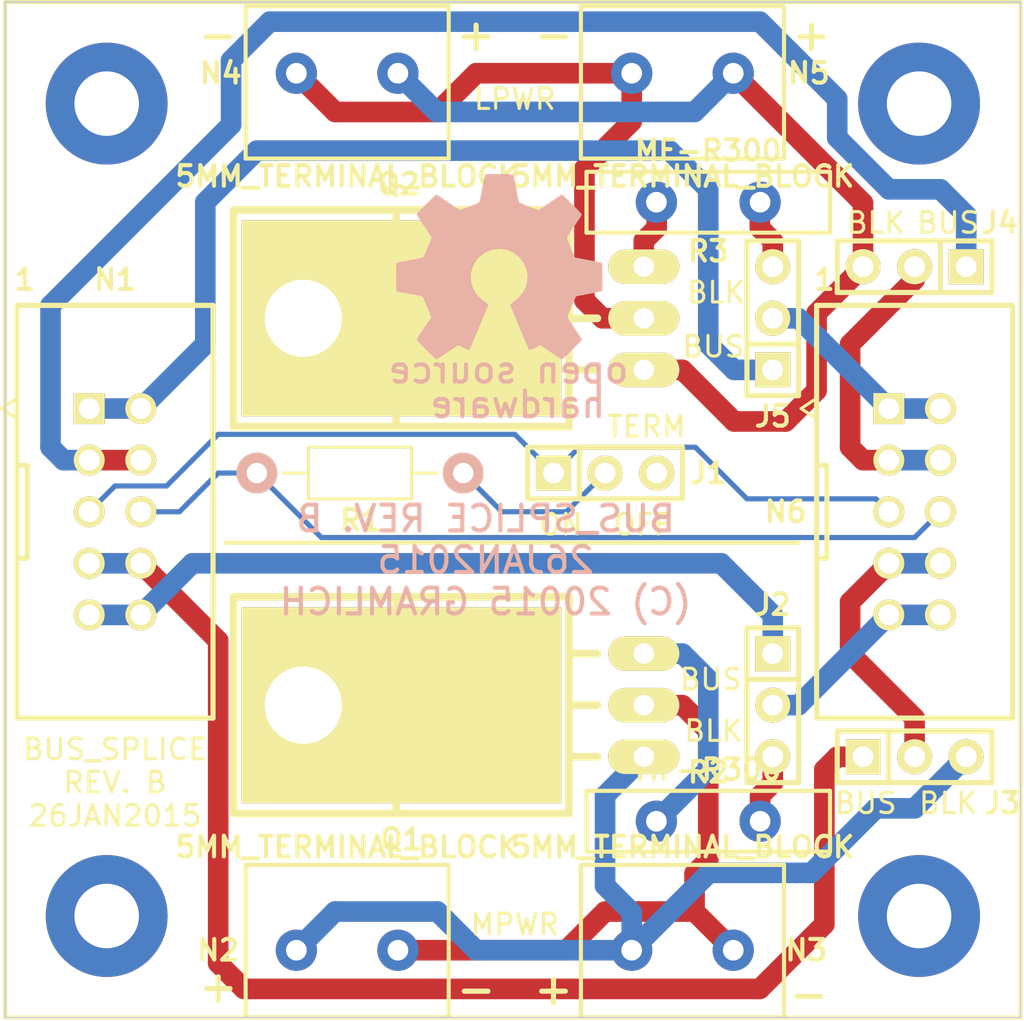
<source format=kicad_pcb>
(kicad_pcb (version 4) (host pcbnew "(2014-jul-16 BZR unknown)-product")

  (general
    (links 35)
    (no_connects 0)
    (area 91.127925 99.849399 150.544267 150.3568)
    (thickness 1.6)
    (drawings 35)
    (tracks 136)
    (zones 0)
    (modules 21)
    (nets 20)
  )

  (page A4)
  (layers
    (0 F.Cu signal)
    (31 B.Cu signal)
    (32 B.Adhes user)
    (33 F.Adhes user)
    (34 B.Paste user)
    (35 F.Paste user)
    (36 B.SilkS user)
    (37 F.SilkS user)
    (38 B.Mask user)
    (39 F.Mask user)
    (40 Dwgs.User user)
    (41 Cmts.User user)
    (42 Eco1.User user)
    (43 Eco2.User user)
    (44 Edge.Cuts user)
  )

  (setup
    (last_trace_width 0.254)
    (user_trace_width 0.254)
    (user_trace_width 1.016)
    (trace_clearance 0.254)
    (zone_clearance 0.508)
    (zone_45_only no)
    (trace_min 0.254)
    (segment_width 0.2032)
    (edge_width 0.1)
    (via_size 0.889)
    (via_drill 0.635)
    (via_min_size 0.889)
    (via_min_drill 0.508)
    (uvia_size 0.508)
    (uvia_drill 0.127)
    (uvias_allowed no)
    (uvia_min_size 0.508)
    (uvia_min_drill 0.127)
    (pcb_text_width 0.3)
    (pcb_text_size 1.5 1.5)
    (mod_edge_width 0.15)
    (mod_text_size 1 1)
    (mod_text_width 0.15)
    (pad_size 6 6)
    (pad_drill 3.175)
    (pad_to_mask_clearance 0)
    (aux_axis_origin 0 0)
    (visible_elements 7FFEFFFF)
    (pcbplotparams
      (layerselection 0x010f0_80000001)
      (usegerberextensions true)
      (excludeedgelayer true)
      (linewidth 0.100000)
      (plotframeref false)
      (viasonmask false)
      (mode 1)
      (useauxorigin false)
      (hpglpennumber 1)
      (hpglpenspeed 20)
      (hpglpendiameter 15)
      (hpglpenoverlay 2)
      (psnegative false)
      (psa4output false)
      (plotreference true)
      (plotvalue false)
      (plotinvisibletext false)
      (padsonsilk false)
      (subtractmaskfromsilk false)
      (outputformat 1)
      (mirror false)
      (drillshape 0)
      (scaleselection 1)
      (outputdirectory ""))
  )

  (net 0 "")
  (net 1 /LPWR1)
  (net 2 /LPWR3)
  (net 3 /LPWR2)
  (net 4 "Net-(J1-Pad2)")
  (net 5 "Net-(J1-Pad1)")
  (net 6 "Net-(N1-Pad6)")
  (net 7 /BPWR0)
  (net 8 /BPWR4)
  (net 9 /BPWR3)
  (net 10 /BGND0)
  (net 11 /BGND2)
  (net 12 /BGND1)
  (net 13 /LGND0)
  (net 14 /LGND2)
  (net 15 /LGND1)
  (net 16 /LPWR0)
  (net 17 /LPWR4)
  (net 18 /BPWR1)
  (net 19 /BPWR2)

  (net_class Default "This is the default net class."
    (clearance 0.254)
    (trace_width 0.254)
    (via_dia 0.889)
    (via_drill 0.635)
    (uvia_dia 0.508)
    (uvia_drill 0.127)
    (add_net "Net-(J1-Pad1)")
    (add_net "Net-(J1-Pad2)")
    (add_net "Net-(N1-Pad6)")
  )

  (net_class Power ""
    (clearance 0.254)
    (trace_width 1.016)
    (via_dia 0.889)
    (via_drill 0.635)
    (uvia_dia 0.508)
    (uvia_drill 0.127)
    (add_net /BGND0)
    (add_net /BGND1)
    (add_net /BGND2)
    (add_net /BPWR0)
    (add_net /BPWR1)
    (add_net /BPWR2)
    (add_net /BPWR3)
    (add_net /BPWR4)
    (add_net /LGND0)
    (add_net /LGND1)
    (add_net /LGND2)
    (add_net /LPWR0)
    (add_net /LPWR1)
    (add_net /LPWR2)
    (add_net /LPWR3)
    (add_net /LPWR4)
  )

  (module Bus_Splice:OSHW_LOGO_400mil (layer B.Cu) (tedit 5456F54A) (tstamp 5456E998)
    (at 124.333 113.03 180)
    (path /53AA4798)
    (fp_text reference G1 (at -2.54 -1.27 180) (layer B.SilkS) hide
      (effects (font (size 0.46228 0.46228) (thickness 0.09144)) (justify mirror))
    )
    (fp_text value OSHW_LOGO (at 0 5.38734 180) (layer B.SilkS) hide
      (effects (font (size 0.46228 0.46228) (thickness 0.09144)) (justify mirror))
    )
    (fp_poly (pts (xy -3.07848 -4.56184) (xy -3.02514 -4.53644) (xy -2.90576 -4.46024) (xy -2.73812 -4.34848)
      (xy -2.53746 -4.21386) (xy -2.3368 -4.07924) (xy -2.16916 -3.96748) (xy -2.05486 -3.89382)
      (xy -2.0066 -3.86588) (xy -1.9812 -3.87604) (xy -1.88468 -3.92176) (xy -1.74498 -3.99542)
      (xy -1.66624 -4.03606) (xy -1.5367 -4.09194) (xy -1.47574 -4.1021) (xy -1.46304 -4.08432)
      (xy -1.41732 -3.9878) (xy -1.34366 -3.82016) (xy -1.24714 -3.60172) (xy -1.13792 -3.34264)
      (xy -1.02108 -3.06578) (xy -0.9017 -2.7813) (xy -0.78994 -2.50952) (xy -0.69088 -2.26822)
      (xy -0.61214 -2.0701) (xy -0.5588 -1.93294) (xy -0.53848 -1.87198) (xy -0.5461 -1.86182)
      (xy -0.6096 -1.79832) (xy -0.72136 -1.7145) (xy -0.96012 -1.52146) (xy -1.19888 -1.22428)
      (xy -1.34366 -0.88646) (xy -1.38938 -0.51308) (xy -1.34874 -0.16764) (xy -1.21412 0.1651)
      (xy -0.98044 0.46482) (xy -0.6985 0.68834) (xy -0.37084 0.82804) (xy 0 0.87376)
      (xy 0.35306 0.83312) (xy 0.69342 0.70104) (xy 0.99314 0.47244) (xy 1.12014 0.32512)
      (xy 1.2954 0.02286) (xy 1.39446 -0.30226) (xy 1.40462 -0.38608) (xy 1.38938 -0.74168)
      (xy 1.28524 -1.08458) (xy 1.09474 -1.38938) (xy 0.83312 -1.64084) (xy 0.80264 -1.6637)
      (xy 0.68072 -1.75514) (xy 0.59944 -1.8161) (xy 0.53594 -1.86944) (xy 0.9906 -2.96164)
      (xy 1.06172 -3.1369) (xy 1.18618 -3.43408) (xy 1.29794 -3.69316) (xy 1.3843 -3.8989)
      (xy 1.44526 -4.03352) (xy 1.47066 -4.0894) (xy 1.47574 -4.09194) (xy 1.51384 -4.09956)
      (xy 1.59766 -4.06908) (xy 1.75006 -3.99542) (xy 1.85166 -3.94462) (xy 1.9685 -3.88874)
      (xy 2.0193 -3.86588) (xy 2.06248 -3.89128) (xy 2.17678 -3.9624) (xy 2.33934 -4.07162)
      (xy 2.53492 -4.2037) (xy 2.72034 -4.3307) (xy 2.89052 -4.445) (xy 3.01752 -4.52374)
      (xy 3.07594 -4.55676) (xy 3.0861 -4.55676) (xy 3.13944 -4.52628) (xy 3.2385 -4.445)
      (xy 3.38836 -4.30276) (xy 3.59918 -4.09702) (xy 3.62966 -4.064) (xy 3.80238 -3.88874)
      (xy 3.94462 -3.73888) (xy 4.0386 -3.63474) (xy 4.07162 -3.58648) (xy 4.07162 -3.58648)
      (xy 4.04114 -3.52806) (xy 3.9624 -3.4036) (xy 3.8481 -3.22834) (xy 3.71094 -3.02514)
      (xy 3.34772 -2.49936) (xy 3.54838 -2.00406) (xy 3.60934 -1.85166) (xy 3.68554 -1.66624)
      (xy 3.74396 -1.53416) (xy 3.77444 -1.47828) (xy 3.82778 -1.45796) (xy 3.9624 -1.42494)
      (xy 4.16052 -1.3843) (xy 4.3942 -1.34112) (xy 4.61772 -1.30048) (xy 4.82092 -1.26238)
      (xy 4.96824 -1.23444) (xy 5.03428 -1.2192) (xy 5.04952 -1.21158) (xy 5.06222 -1.17856)
      (xy 5.06984 -1.10998) (xy 5.07492 -0.98806) (xy 5.07746 -0.79502) (xy 5.07746 -0.51308)
      (xy 5.07746 -0.4826) (xy 5.07492 -0.2159) (xy 5.07238 -0.00254) (xy 5.06476 0.13462)
      (xy 5.0546 0.1905) (xy 5.0546 0.1905) (xy 4.9911 0.20574) (xy 4.84886 0.23622)
      (xy 4.64566 0.27686) (xy 4.40436 0.32258) (xy 4.38912 0.32512) (xy 4.15036 0.37084)
      (xy 3.94716 0.41402) (xy 3.80746 0.44704) (xy 3.7465 0.46482) (xy 3.73634 0.4826)
      (xy 3.68554 0.57404) (xy 3.61696 0.7239) (xy 3.53822 0.90678) (xy 3.45948 1.09474)
      (xy 3.3909 1.26492) (xy 3.34518 1.39192) (xy 3.33248 1.4478) (xy 3.33248 1.45034)
      (xy 3.37058 1.50876) (xy 3.45186 1.63068) (xy 3.5687 1.80594) (xy 3.7084 2.00914)
      (xy 3.7211 2.02438) (xy 3.85826 2.22758) (xy 3.97002 2.4003) (xy 4.04368 2.52222)
      (xy 4.07162 2.5781) (xy 4.07162 2.58064) (xy 4.0259 2.6416) (xy 3.92176 2.7559)
      (xy 3.77444 2.91084) (xy 3.59664 3.09118) (xy 3.54076 3.14706) (xy 3.34264 3.3401)
      (xy 3.20548 3.46456) (xy 3.11912 3.53314) (xy 3.07848 3.54838) (xy 3.07848 3.54584)
      (xy 3.01752 3.51028) (xy 2.88798 3.42646) (xy 2.71526 3.30708) (xy 2.50952 3.16738)
      (xy 2.49428 3.15722) (xy 2.29108 3.02006) (xy 2.1209 2.90576) (xy 2.00152 2.82702)
      (xy 1.94818 2.794) (xy 1.94056 2.794) (xy 1.85674 2.8194) (xy 1.71196 2.8702)
      (xy 1.53416 2.93878) (xy 1.3462 3.01244) (xy 1.17602 3.0861) (xy 1.04902 3.14452)
      (xy 0.98806 3.17754) (xy 0.98552 3.18262) (xy 0.9652 3.25374) (xy 0.92964 3.40614)
      (xy 0.88646 3.61442) (xy 0.84074 3.86334) (xy 0.83312 3.90398) (xy 0.7874 4.14528)
      (xy 0.74676 4.34594) (xy 0.71882 4.4831) (xy 0.70612 4.54152) (xy 0.67056 4.54914)
      (xy 0.55118 4.55676) (xy 0.37084 4.56184) (xy 0.1524 4.56438) (xy -0.0762 4.56184)
      (xy -0.30226 4.5593) (xy -0.49276 4.55168) (xy -0.62992 4.54152) (xy -0.68834 4.53136)
      (xy -0.68834 4.52628) (xy -0.7112 4.45262) (xy -0.74422 4.30022) (xy -0.7874 4.0894)
      (xy -0.83312 3.84048) (xy -0.84328 3.7973) (xy -0.889 3.556) (xy -0.92964 3.35788)
      (xy -0.95758 3.22072) (xy -0.97282 3.16738) (xy -0.99568 3.15468) (xy -1.09474 3.1115)
      (xy -1.2573 3.04546) (xy -1.45796 2.96418) (xy -1.92278 2.77622) (xy -2.49174 3.16738)
      (xy -2.54508 3.20294) (xy -2.75082 3.34264) (xy -2.91846 3.4544) (xy -3.0353 3.5306)
      (xy -3.08356 3.55854) (xy -3.08864 3.556) (xy -3.14452 3.5052) (xy -3.25882 3.39852)
      (xy -3.41122 3.24866) (xy -3.59156 3.07086) (xy -3.72364 2.93878) (xy -3.88112 2.77876)
      (xy -3.98018 2.66954) (xy -4.03606 2.60096) (xy -4.05384 2.56032) (xy -4.0513 2.53238)
      (xy -4.0132 2.47396) (xy -3.92938 2.34696) (xy -3.81254 2.17424) (xy -3.67284 1.97358)
      (xy -3.55854 1.80594) (xy -3.43408 1.6129) (xy -3.35534 1.47574) (xy -3.3274 1.4097)
      (xy -3.33502 1.38176) (xy -3.37312 1.27) (xy -3.4417 1.10236) (xy -3.52806 0.9017)
      (xy -3.72618 0.44958) (xy -4.02082 0.3937) (xy -4.20116 0.35814) (xy -4.45008 0.30988)
      (xy -4.69138 0.26416) (xy -5.06476 0.1905) (xy -5.08 -1.18618) (xy -5.02158 -1.20904)
      (xy -4.9657 -1.22428) (xy -4.826 -1.25476) (xy -4.62788 -1.2954) (xy -4.3942 -1.33858)
      (xy -4.19608 -1.37668) (xy -3.99542 -1.41478) (xy -3.85064 -1.44272) (xy -3.78714 -1.45542)
      (xy -3.7719 -1.47828) (xy -3.7211 -1.5748) (xy -3.64998 -1.72974) (xy -3.5687 -1.91516)
      (xy -3.48996 -2.1082) (xy -3.41884 -2.286) (xy -3.37058 -2.42062) (xy -3.35026 -2.49174)
      (xy -3.3782 -2.54508) (xy -3.4544 -2.66192) (xy -3.56616 -2.82956) (xy -3.70078 -3.03022)
      (xy -3.83794 -3.22834) (xy -3.95224 -3.39852) (xy -4.03352 -3.52298) (xy -4.06654 -3.57886)
      (xy -4.0513 -3.61696) (xy -3.97002 -3.71348) (xy -3.82016 -3.86842) (xy -3.59664 -4.0894)
      (xy -3.55854 -4.12496) (xy -3.38074 -4.29768) (xy -3.23088 -4.43484) (xy -3.12674 -4.52882)
      (xy -3.07848 -4.56184)) (layer B.SilkS) (width 0.00254))
  )

  (module Bus_Splice:Pin_Header_Straight_1x03 (layer F.Cu) (tedit 5456EF7B) (tstamp 5456E9AF)
    (at 129.54 123.19)
    (descr "1 pin")
    (tags "CONN DEV")
    (path /53E8D609)
    (fp_text reference J1 (at 5.08 0) (layer F.SilkS)
      (effects (font (size 1.016 1.016) (thickness 0.2032)))
    )
    (fp_text value TERMINATE_JUMPER (at -0.01 2.45) (layer F.SilkS) hide
      (effects (font (size 1.016 1.016) (thickness 0.2032)))
    )
    (fp_line (start -1.27 1.27) (end 3.81 1.27) (layer F.SilkS) (width 0.254))
    (fp_line (start 3.81 1.27) (end 3.81 -1.27) (layer F.SilkS) (width 0.254))
    (fp_line (start 3.81 -1.27) (end -1.27 -1.27) (layer F.SilkS) (width 0.254))
    (fp_line (start -3.81 -1.27) (end -1.27 -1.27) (layer F.SilkS) (width 0.254))
    (fp_line (start -1.27 -1.27) (end -1.27 1.27) (layer F.SilkS) (width 0.254))
    (fp_line (start -3.81 -1.27) (end -3.81 1.27) (layer F.SilkS) (width 0.254))
    (fp_line (start -3.81 1.27) (end -1.27 1.27) (layer F.SilkS) (width 0.254))
    (pad 1 thru_hole rect (at -2.54 0) (size 1.7272 1.7272) (drill 1.016) (layers *.Cu *.Mask F.SilkS)
      (net 5 "Net-(J1-Pad1)"))
    (pad 2 thru_hole circle (at 0 0) (size 1.7272 1.7272) (drill 1.016) (layers *.Cu *.Mask F.SilkS)
      (net 4 "Net-(J1-Pad2)"))
    (pad 3 thru_hole circle (at 2.54 0) (size 1.7272 1.7272) (drill 1.016) (layers *.Cu *.Mask F.SilkS))
    (model Pin_Headers/Pin_Header_Straight_1x03.wrl
      (at (xyz 0 0 0))
      (scale (xyz 1 1 1))
      (rotate (xyz 0 0 0))
    )
  )

  (module Bus_Splice:Pin_Header_Straight_2x05_Shrouded (layer F.Cu) (tedit 54572023) (tstamp 5456E9C2)
    (at 105.41 125.095 270)
    (descr "Male 2x5 Header 2.54mm pitch")
    (tags CONN)
    (path /54C7501A)
    (fp_text reference N1 (at -11.43 0 540) (layer F.SilkS)
      (effects (font (size 1.016 1.016) (thickness 0.2032)))
    )
    (fp_text value BUS_SLAVE_HEADER (at 0 6.5 270) (layer F.SilkS) hide
      (effects (font (size 1.016 1.016) (thickness 0.2032)))
    )
    (fp_line (start -5.08 5.588) (end -5.588 4.826) (layer F.SilkS) (width 0.15))
    (fp_line (start -5.08 5.588) (end -4.572 4.826) (layer F.SilkS) (width 0.15))
    (fp_line (start 2.286 4.826) (end 2.286 4.318) (layer F.SilkS) (width 0.254))
    (fp_line (start 2.286 4.318) (end -2.286 4.318) (layer F.SilkS) (width 0.254))
    (fp_line (start -2.286 4.318) (end -2.286 4.826) (layer F.SilkS) (width 0.254))
    (fp_line (start -10.16 -4.826) (end 10.16 -4.826) (layer F.SilkS) (width 0.254))
    (fp_line (start 10.16 -4.826) (end 10.16 4.826) (layer F.SilkS) (width 0.254))
    (fp_line (start 10.16 4.826) (end -10.16 4.826) (layer F.SilkS) (width 0.254))
    (fp_line (start -10.16 4.826) (end -10.16 -4.826) (layer F.SilkS) (width 0.254))
    (pad 1 thru_hole rect (at -5.08 1.27 270) (size 1.524 1.524) (drill 1.016) (layers *.Cu *.Mask F.SilkS)
      (net 16 /LPWR0))
    (pad 2 thru_hole circle (at -5.08 -1.27 270) (size 1.524 1.524) (drill 1.016) (layers *.Cu *.Mask F.SilkS)
      (net 16 /LPWR0))
    (pad 3 thru_hole circle (at -2.54 1.27 270) (size 1.524 1.524) (drill 1.016) (layers *.Cu *.Mask F.SilkS)
      (net 13 /LGND0))
    (pad 4 thru_hole circle (at -2.54 -1.27 270) (size 1.524 1.524) (drill 1.016) (layers *.Cu *.Mask F.SilkS)
      (net 13 /LGND0))
    (pad 5 thru_hole circle (at 0 1.27 270) (size 1.524 1.524) (drill 1.016) (layers *.Cu *.Mask F.SilkS)
      (net 5 "Net-(J1-Pad1)"))
    (pad 6 thru_hole circle (at 0 -1.27 270) (size 1.524 1.524) (drill 1.016) (layers *.Cu *.Mask F.SilkS)
      (net 6 "Net-(N1-Pad6)"))
    (pad 7 thru_hole circle (at 2.54 1.27 270) (size 1.524 1.524) (drill 1.016) (layers *.Cu *.Mask F.SilkS)
      (net 10 /BGND0))
    (pad 8 thru_hole circle (at 2.54 -1.27 270) (size 1.524 1.524) (drill 1.016) (layers *.Cu *.Mask F.SilkS)
      (net 10 /BGND0))
    (pad 9 thru_hole circle (at 5.08 1.27 270) (size 1.524 1.524) (drill 1.016) (layers *.Cu *.Mask F.SilkS)
      (net 7 /BPWR0))
    (pad 10 thru_hole circle (at 5.08 -1.27 270) (size 1.524 1.524) (drill 1.016) (layers *.Cu *.Mask F.SilkS)
      (net 7 /BPWR0))
    (model pin_array/pins_array_5x2.wrl
      (at (xyz 0 0 0))
      (scale (xyz 1 1 1))
      (rotate (xyz 0 0 0))
    )
  )

  (module Bus_Splice:5MM_TERMINAL_BLOCK_2_POS (layer F.Cu) (tedit 54C7BDBD) (tstamp 5456E9C3)
    (at 116.84 146.685)
    (path /53B61F22)
    (fp_text reference N2 (at -6.35 0) (layer F.SilkS)
      (effects (font (size 1.016 1.016) (thickness 0.2032)))
    )
    (fp_text value 5MM_TERMINAL_BLOCK (at 0 -5.08) (layer F.SilkS)
      (effects (font (size 1.016 1.016) (thickness 0.2032)))
    )
    (fp_line (start -5 -4.2) (end -5 3.3) (layer F.SilkS) (width 0.2032))
    (fp_line (start -5 3.3) (end 5 3.3) (layer F.SilkS) (width 0.2032))
    (fp_line (start 5 3.3) (end 5 -4.2) (layer F.SilkS) (width 0.2032))
    (fp_line (start 5 -4.2) (end -5 -4.2) (layer F.SilkS) (width 0.2032))
    (pad 1 thru_hole circle (at -2.5 0) (size 2.032 2.032) (drill 1.016) (layers *.Cu *.Mask)
      (net 12 /BGND1))
    (pad 2 thru_hole circle (at 2.5 0) (size 2.032 2.032) (drill 1.016) (layers *.Cu *.Mask)
      (net 18 /BPWR1))
  )

  (module Bus_Splice:5MM_TERMINAL_BLOCK_2_POS (layer F.Cu) (tedit 54C7BDB0) (tstamp 5456E9C8)
    (at 133.35 146.685)
    (path /5456FCF0)
    (fp_text reference N3 (at 6.096 0) (layer F.SilkS)
      (effects (font (size 1.016 1.016) (thickness 0.2032)))
    )
    (fp_text value 5MM_TERMINAL_BLOCK (at 0 -5.08) (layer F.SilkS)
      (effects (font (size 1.016 1.016) (thickness 0.2032)))
    )
    (fp_line (start -5 -4.2) (end -5 3.3) (layer F.SilkS) (width 0.2032))
    (fp_line (start -5 3.3) (end 5 3.3) (layer F.SilkS) (width 0.2032))
    (fp_line (start 5 3.3) (end 5 -4.2) (layer F.SilkS) (width 0.2032))
    (fp_line (start 5 -4.2) (end -5 -4.2) (layer F.SilkS) (width 0.2032))
    (pad 1 thru_hole circle (at -2.5 0) (size 2.032 2.032) (drill 1.016) (layers *.Cu *.Mask)
      (net 12 /BGND1))
    (pad 2 thru_hole circle (at 2.5 0) (size 2.032 2.032) (drill 1.016) (layers *.Cu *.Mask)
      (net 18 /BPWR1))
  )

  (module Bus_Splice:5MM_TERMINAL_BLOCK_2_POS (layer F.Cu) (tedit 54C7BD57) (tstamp 5456E9CD)
    (at 116.84 103.505 180)
    (path /53B64AE0)
    (fp_text reference N4 (at 6.223 0 180) (layer F.SilkS)
      (effects (font (size 1.016 1.016) (thickness 0.2032)))
    )
    (fp_text value 5MM_TERMINAL_BLOCK (at 0 -5.08 180) (layer F.SilkS)
      (effects (font (size 1.016 1.016) (thickness 0.2032)))
    )
    (fp_line (start -5 -4.2) (end -5 3.3) (layer F.SilkS) (width 0.2032))
    (fp_line (start -5 3.3) (end 5 3.3) (layer F.SilkS) (width 0.2032))
    (fp_line (start 5 3.3) (end 5 -4.2) (layer F.SilkS) (width 0.2032))
    (fp_line (start 5 -4.2) (end -5 -4.2) (layer F.SilkS) (width 0.2032))
    (pad 1 thru_hole circle (at -2.5 0 180) (size 2.032 2.032) (drill 1.016) (layers *.Cu *.Mask)
      (net 15 /LGND1))
    (pad 2 thru_hole circle (at 2.5 0 180) (size 2.032 2.032) (drill 1.016) (layers *.Cu *.Mask)
      (net 1 /LPWR1))
  )

  (module Bus_Splice:5MM_TERMINAL_BLOCK_2_POS (layer F.Cu) (tedit 54C7BD51) (tstamp 5456E9D2)
    (at 133.35 103.505 180)
    (path /5456F546)
    (fp_text reference N5 (at -6.223 0 180) (layer F.SilkS)
      (effects (font (size 1.016 1.016) (thickness 0.2032)))
    )
    (fp_text value 5MM_TERMINAL_BLOCK (at 0 -5.08 180) (layer F.SilkS)
      (effects (font (size 1.016 1.016) (thickness 0.2032)))
    )
    (fp_line (start -5 -4.2) (end -5 3.3) (layer F.SilkS) (width 0.2032))
    (fp_line (start -5 3.3) (end 5 3.3) (layer F.SilkS) (width 0.2032))
    (fp_line (start 5 3.3) (end 5 -4.2) (layer F.SilkS) (width 0.2032))
    (fp_line (start 5 -4.2) (end -5 -4.2) (layer F.SilkS) (width 0.2032))
    (pad 1 thru_hole circle (at -2.5 0 180) (size 2.032 2.032) (drill 1.016) (layers *.Cu *.Mask)
      (net 15 /LGND1))
    (pad 2 thru_hole circle (at 2.5 0 180) (size 2.032 2.032) (drill 1.016) (layers *.Cu *.Mask)
      (net 1 /LPWR1))
  )

  (module Bus_Splice:Pin_Header_Straight_2x05_Shrouded (layer F.Cu) (tedit 54C71C1C) (tstamp 5456E9D7)
    (at 144.78 125.095 270)
    (descr "Male 2x5 Header 2.54mm pitch")
    (tags CONN)
    (path /5456DFB2)
    (fp_text reference N6 (at 0 6.35 540) (layer F.SilkS)
      (effects (font (size 1.016 1.016) (thickness 0.2032)))
    )
    (fp_text value BUS_MASTER_HEADER (at 0 6.5 270) (layer F.SilkS) hide
      (effects (font (size 1.016 1.016) (thickness 0.2032)))
    )
    (fp_line (start -5.08 5.588) (end -5.588 4.826) (layer F.SilkS) (width 0.15))
    (fp_line (start -5.08 5.588) (end -4.572 4.826) (layer F.SilkS) (width 0.15))
    (fp_line (start 2.286 4.826) (end 2.286 4.318) (layer F.SilkS) (width 0.254))
    (fp_line (start 2.286 4.318) (end -2.286 4.318) (layer F.SilkS) (width 0.254))
    (fp_line (start -2.286 4.318) (end -2.286 4.826) (layer F.SilkS) (width 0.254))
    (fp_line (start -10.16 -4.826) (end 10.16 -4.826) (layer F.SilkS) (width 0.254))
    (fp_line (start 10.16 -4.826) (end 10.16 4.826) (layer F.SilkS) (width 0.254))
    (fp_line (start 10.16 4.826) (end -10.16 4.826) (layer F.SilkS) (width 0.254))
    (fp_line (start -10.16 4.826) (end -10.16 -4.826) (layer F.SilkS) (width 0.254))
    (pad 1 thru_hole rect (at -5.08 1.27 270) (size 1.524 1.524) (drill 1.016) (layers *.Cu *.Mask F.SilkS)
      (net 17 /LPWR4))
    (pad 2 thru_hole circle (at -5.08 -1.27 270) (size 1.524 1.524) (drill 1.016) (layers *.Cu *.Mask F.SilkS)
      (net 17 /LPWR4))
    (pad 3 thru_hole circle (at -2.54 1.27 270) (size 1.524 1.524) (drill 1.016) (layers *.Cu *.Mask F.SilkS)
      (net 14 /LGND2))
    (pad 4 thru_hole circle (at -2.54 -1.27 270) (size 1.524 1.524) (drill 1.016) (layers *.Cu *.Mask F.SilkS)
      (net 14 /LGND2))
    (pad 5 thru_hole circle (at 0 1.27 270) (size 1.524 1.524) (drill 1.016) (layers *.Cu *.Mask F.SilkS)
      (net 5 "Net-(J1-Pad1)"))
    (pad 6 thru_hole circle (at 0 -1.27 270) (size 1.524 1.524) (drill 1.016) (layers *.Cu *.Mask F.SilkS)
      (net 6 "Net-(N1-Pad6)"))
    (pad 7 thru_hole circle (at 2.54 1.27 270) (size 1.524 1.524) (drill 1.016) (layers *.Cu *.Mask F.SilkS)
      (net 11 /BGND2))
    (pad 8 thru_hole circle (at 2.54 -1.27 270) (size 1.524 1.524) (drill 1.016) (layers *.Cu *.Mask F.SilkS)
      (net 11 /BGND2))
    (pad 9 thru_hole circle (at 5.08 1.27 270) (size 1.524 1.524) (drill 1.016) (layers *.Cu *.Mask F.SilkS)
      (net 8 /BPWR4))
    (pad 10 thru_hole circle (at 5.08 -1.27 270) (size 1.524 1.524) (drill 1.016) (layers *.Cu *.Mask F.SilkS)
      (net 8 /BPWR4))
    (model pin_array/pins_array_5x2.wrl
      (at (xyz 0 0 0))
      (scale (xyz 1 1 1))
      (rotate (xyz 0 0 0))
    )
  )

  (module Bus_Splice:TO-220_FET-GDS_Horizontal_LargePads (layer F.Cu) (tedit 54C7BEC9) (tstamp 5456E9E4)
    (at 131.445 134.62 90)
    (descr "TO-220, FET-GDS, Horizontal, Large Pads,")
    (tags "TO-220, FET-GDS, Horizontal, Large Pads,")
    (path /53B62FC0)
    (fp_text reference Q1 (at -6.604 -11.938 180) (layer F.SilkS)
      (effects (font (size 1.016 1.016) (thickness 0.2032)))
    )
    (fp_text value FQP47P06 (at 0 3.175 90) (layer F.SilkS) hide
      (effects (font (size 1.016 1.016) (thickness 0.2032)))
    )
    (fp_text user G (at -2.54 -5.08 90) (layer F.SilkS)
      (effects (font (size 1.00076 1.00076) (thickness 0.25146)))
    )
    (fp_text user S (at 2.54 -5.08 90) (layer F.SilkS)
      (effects (font (size 1.00076 1.00076) (thickness 0.25146)))
    )
    (fp_text user D (at 0 -5.08 90) (layer F.SilkS)
      (effects (font (size 1.00076 1.00076) (thickness 0.25146)))
    )
    (fp_line (start -2.54 -3.683) (end -2.54 -2.286) (layer F.SilkS) (width 0.381))
    (fp_line (start 0 -3.683) (end 0 -2.286) (layer F.SilkS) (width 0.381))
    (fp_line (start 2.54 -3.683) (end 2.54 -2.286) (layer F.SilkS) (width 0.381))
    (fp_circle (center 0 -16.764) (end 1.778 -14.986) (layer F.SilkS) (width 0.381))
    (fp_line (start 5.334 -12.192) (end 5.334 -20.193) (layer F.SilkS) (width 0.381))
    (fp_line (start 5.334 -20.193) (end -5.334 -20.193) (layer F.SilkS) (width 0.381))
    (fp_line (start -5.334 -20.193) (end -5.334 -12.192) (layer F.SilkS) (width 0.381))
    (fp_line (start 5.334 -3.683) (end 5.334 -12.192) (layer F.SilkS) (width 0.381))
    (fp_line (start 5.334 -12.192) (end -5.334 -12.192) (layer F.SilkS) (width 0.381))
    (fp_line (start -5.334 -12.192) (end -5.334 -3.683) (layer F.SilkS) (width 0.381))
    (fp_line (start 0 -3.683) (end -5.334 -3.683) (layer F.SilkS) (width 0.381))
    (fp_line (start 0 -3.683) (end 5.334 -3.683) (layer F.SilkS) (width 0.381))
    (pad D thru_hole oval (at 0 0 180) (size 3.50012 1.69926) (drill 1.00076) (layers *.Cu *.Mask F.SilkS)
      (net 18 /BPWR1))
    (pad G thru_hole oval (at -2.54 0 180) (size 3.50012 1.69926) (drill 1.00076) (layers *.Cu *.Mask F.SilkS)
      (net 12 /BGND1))
    (pad S thru_hole oval (at 2.54 0 180) (size 3.50012 1.69926) (drill 1.00076) (layers *.Cu *.Mask F.SilkS)
      (net 19 /BPWR2))
    (pad 2 thru_hole rect (at 0 -16.764 180) (size 15.748 9.652) (drill 3.79984 (offset -4.826 0)) (layers *.Cu F.SilkS F.Mask))
    (model Transistor_TO-220_Wings3d_RevB_03Sep2012/TO220-vert_RevB_Faktor03937_03Sep2012.wrl
      (at (xyz 0 0 0))
      (scale (xyz 0.3937 0.3937 0.3937))
      (rotate (xyz 0 0 0))
    )
  )

  (module Bus_Splice:TO-220_FET-GDS_Horizontal_LargePads (layer F.Cu) (tedit 54C7BED1) (tstamp 5456EFB2)
    (at 131.445 115.57 90)
    (descr "TO-220, FET-GDS, Horizontal, Large Pads,")
    (tags "TO-220, FET-GDS, Horizontal, Large Pads,")
    (path /53B6538A)
    (fp_text reference Q2 (at 6.604 -12.065 180) (layer F.SilkS)
      (effects (font (size 1.016 1.016) (thickness 0.2032)))
    )
    (fp_text value FQP47P06 (at 0 3.175 90) (layer F.SilkS) hide
      (effects (font (size 1.016 1.016) (thickness 0.2032)))
    )
    (fp_text user G (at -2.54 -5.08 90) (layer F.SilkS)
      (effects (font (size 1.00076 1.00076) (thickness 0.25146)))
    )
    (fp_text user S (at 2.54 -5.08 90) (layer F.SilkS)
      (effects (font (size 1.00076 1.00076) (thickness 0.25146)))
    )
    (fp_text user D (at 0 -5.08 90) (layer F.SilkS)
      (effects (font (size 1.00076 1.00076) (thickness 0.25146)))
    )
    (fp_line (start -2.54 -3.683) (end -2.54 -2.286) (layer F.SilkS) (width 0.381))
    (fp_line (start 0 -3.683) (end 0 -2.286) (layer F.SilkS) (width 0.381))
    (fp_line (start 2.54 -3.683) (end 2.54 -2.286) (layer F.SilkS) (width 0.381))
    (fp_circle (center 0 -16.764) (end 1.778 -14.986) (layer F.SilkS) (width 0.381))
    (fp_line (start 5.334 -12.192) (end 5.334 -20.193) (layer F.SilkS) (width 0.381))
    (fp_line (start 5.334 -20.193) (end -5.334 -20.193) (layer F.SilkS) (width 0.381))
    (fp_line (start -5.334 -20.193) (end -5.334 -12.192) (layer F.SilkS) (width 0.381))
    (fp_line (start 5.334 -3.683) (end 5.334 -12.192) (layer F.SilkS) (width 0.381))
    (fp_line (start 5.334 -12.192) (end -5.334 -12.192) (layer F.SilkS) (width 0.381))
    (fp_line (start -5.334 -12.192) (end -5.334 -3.683) (layer F.SilkS) (width 0.381))
    (fp_line (start 0 -3.683) (end -5.334 -3.683) (layer F.SilkS) (width 0.381))
    (fp_line (start 0 -3.683) (end 5.334 -3.683) (layer F.SilkS) (width 0.381))
    (pad D thru_hole oval (at 0 0 180) (size 3.50012 1.69926) (drill 1.00076) (layers *.Cu *.Mask F.SilkS)
      (net 1 /LPWR1))
    (pad G thru_hole oval (at -2.54 0 180) (size 3.50012 1.69926) (drill 1.00076) (layers *.Cu *.Mask F.SilkS)
      (net 15 /LGND1))
    (pad S thru_hole oval (at 2.54 0 180) (size 3.50012 1.69926) (drill 1.00076) (layers *.Cu *.Mask F.SilkS)
      (net 3 /LPWR2))
    (pad 2 thru_hole rect (at 0 -16.764 180) (size 15.748 9.652) (drill 3.79984 (offset -4.826 0)) (layers *.Cu F.SilkS F.Mask))
    (model Transistor_TO-220_Wings3d_RevB_03Sep2012/TO220-vert_RevB_Faktor03937_03Sep2012.wrl
      (at (xyz 0 0 0))
      (scale (xyz 0.3937 0.3937 0.3937))
      (rotate (xyz 0 0 0))
    )
  )

  (module Bus_Splice:Resistor_Horizontal_400 (layer F.Cu) (tedit 53BE9124) (tstamp 5456E9F2)
    (at 117.475 123.19 180)
    (descr "Resistor, Axial,  RM 10mm, 1/3W,")
    (tags "Resistor, Axial, RM 10mm, 1/3W,")
    (path /53E8E9A7)
    (fp_text reference R1 (at -0.03 -2.33 180) (layer F.SilkS)
      (effects (font (size 1.016 1.016) (thickness 0.2032)))
    )
    (fp_text value "120 1%" (at -0.02 2.47 180) (layer F.SilkS) hide
      (effects (font (size 1.016 1.016) (thickness 0.2032)))
    )
    (fp_line (start 2.54 0) (end 3.81 0) (layer F.SilkS) (width 0.15))
    (fp_line (start -2.54 0) (end -3.81 0) (layer F.SilkS) (width 0.15))
    (fp_line (start -2.54 -1.27) (end -2.54 1.27) (layer F.SilkS) (width 0.15))
    (fp_line (start -2.54 1.27) (end 2.54 1.27) (layer F.SilkS) (width 0.15))
    (fp_line (start 2.54 1.27) (end 2.54 -1.27) (layer F.SilkS) (width 0.15))
    (fp_line (start 2.54 -1.27) (end -2.54 -1.27) (layer F.SilkS) (width 0.15))
    (pad 1 thru_hole circle (at -5.08 0 180) (size 1.99898 1.99898) (drill 1.00076) (layers *.Cu *.SilkS *.Mask)
      (net 4 "Net-(J1-Pad2)"))
    (pad 2 thru_hole circle (at 5.08 0 180) (size 1.99898 1.99898) (drill 1.00076) (layers *.Cu *.SilkS *.Mask)
      (net 6 "Net-(N1-Pad6)"))
  )

  (module Bus_Splice:MF_R300 (layer F.Cu) (tedit 54C7BDB5) (tstamp 5456E9F7)
    (at 134.62 140.335)
    (path /53B63849)
    (fp_text reference R2 (at 0 -2.413 180) (layer F.SilkS)
      (effects (font (size 1.016 1.016) (thickness 0.2032)))
    )
    (fp_text value MF-R300 (at 0 -2.54) (layer F.SilkS)
      (effects (font (size 1.016 1.016) (thickness 0.2032)))
    )
    (fp_line (start -5.9944 1.4986) (end 5.9944 1.4986) (layer F.SilkS) (width 0.2032))
    (fp_line (start 5.9944 1.4986) (end 5.9944 -1.4986) (layer F.SilkS) (width 0.2032))
    (fp_line (start 5.9944 -1.4986) (end -5.9944 -1.4986) (layer F.SilkS) (width 0.2032))
    (fp_line (start -5.9944 -1.4986) (end -5.9944 1.4986) (layer F.SilkS) (width 0.2032))
    (pad 1 thru_hole circle (at -2.5527 0) (size 2.032 2.032) (drill 1.016) (layers *.Cu *.Mask)
      (net 19 /BPWR2))
    (pad 2 thru_hole circle (at 2.5527 0) (size 2.032 2.032) (drill 1.016) (layers *.Cu *.Mask)
      (net 9 /BPWR3))
  )

  (module Bus_Splice:MF_R300 (layer F.Cu) (tedit 54C7BD8C) (tstamp 5456E9FC)
    (at 134.62 109.855)
    (path /53B7AD27)
    (fp_text reference R3 (at 0 2.413 180) (layer F.SilkS)
      (effects (font (size 1.016 1.016) (thickness 0.2032)))
    )
    (fp_text value MF-R300 (at 0 -2.54) (layer F.SilkS)
      (effects (font (size 1.016 1.016) (thickness 0.2032)))
    )
    (fp_line (start -5.9944 1.4986) (end 5.9944 1.4986) (layer F.SilkS) (width 0.2032))
    (fp_line (start 5.9944 1.4986) (end 5.9944 -1.4986) (layer F.SilkS) (width 0.2032))
    (fp_line (start 5.9944 -1.4986) (end -5.9944 -1.4986) (layer F.SilkS) (width 0.2032))
    (fp_line (start -5.9944 -1.4986) (end -5.9944 1.4986) (layer F.SilkS) (width 0.2032))
    (pad 1 thru_hole circle (at -2.5527 0) (size 2.032 2.032) (drill 1.016) (layers *.Cu *.Mask)
      (net 3 /LPWR2))
    (pad 2 thru_hole circle (at 2.5527 0) (size 2.032 2.032) (drill 1.016) (layers *.Cu *.Mask)
      (net 2 /LPWR3))
  )

  (module Bus_Splice:Pin_Header_Straight_1x03 (layer F.Cu) (tedit 54C7BBC5) (tstamp 54C717F1)
    (at 137.795 134.62 270)
    (descr "1 pin")
    (tags "CONN DEV")
    (path /54C71ACC)
    (fp_text reference J2 (at -4.953 0 360) (layer F.SilkS)
      (effects (font (size 1.016 1.016) (thickness 0.2032)))
    )
    (fp_text value PPWR_JUMPER (at -0.01 2.45 270) (layer F.SilkS) hide
      (effects (font (size 1.016 1.016) (thickness 0.2032)))
    )
    (fp_line (start -1.27 1.27) (end 3.81 1.27) (layer F.SilkS) (width 0.254))
    (fp_line (start 3.81 1.27) (end 3.81 -1.27) (layer F.SilkS) (width 0.254))
    (fp_line (start 3.81 -1.27) (end -1.27 -1.27) (layer F.SilkS) (width 0.254))
    (fp_line (start -3.81 -1.27) (end -1.27 -1.27) (layer F.SilkS) (width 0.254))
    (fp_line (start -1.27 -1.27) (end -1.27 1.27) (layer F.SilkS) (width 0.254))
    (fp_line (start -3.81 -1.27) (end -3.81 1.27) (layer F.SilkS) (width 0.254))
    (fp_line (start -3.81 1.27) (end -1.27 1.27) (layer F.SilkS) (width 0.254))
    (pad 1 thru_hole rect (at -2.54 0 270) (size 1.7272 1.7272) (drill 1.016) (layers *.Cu *.Mask F.SilkS)
      (net 7 /BPWR0))
    (pad 2 thru_hole circle (at 0 0 270) (size 1.7272 1.7272) (drill 1.016) (layers *.Cu *.Mask F.SilkS)
      (net 8 /BPWR4))
    (pad 3 thru_hole circle (at 2.54 0 270) (size 1.7272 1.7272) (drill 1.016) (layers *.Cu *.Mask F.SilkS)
      (net 9 /BPWR3))
    (model Pin_Headers/Pin_Header_Straight_1x03.wrl
      (at (xyz 0 0 0))
      (scale (xyz 1 1 1))
      (rotate (xyz 0 0 0))
    )
  )

  (module Bus_Splice:Pin_Header_Straight_1x03 (layer F.Cu) (tedit 54C7BB7D) (tstamp 54C717F8)
    (at 144.78 137.16)
    (descr "1 pin")
    (tags "CONN DEV")
    (path /54C715FF)
    (fp_text reference J3 (at 4.318 2.286) (layer F.SilkS)
      (effects (font (size 1.016 1.016) (thickness 0.2032)))
    )
    (fp_text value BGND_JUMPER (at -0.01 2.45) (layer F.SilkS) hide
      (effects (font (size 1.016 1.016) (thickness 0.2032)))
    )
    (fp_line (start -1.27 1.27) (end 3.81 1.27) (layer F.SilkS) (width 0.254))
    (fp_line (start 3.81 1.27) (end 3.81 -1.27) (layer F.SilkS) (width 0.254))
    (fp_line (start 3.81 -1.27) (end -1.27 -1.27) (layer F.SilkS) (width 0.254))
    (fp_line (start -3.81 -1.27) (end -1.27 -1.27) (layer F.SilkS) (width 0.254))
    (fp_line (start -1.27 -1.27) (end -1.27 1.27) (layer F.SilkS) (width 0.254))
    (fp_line (start -3.81 -1.27) (end -3.81 1.27) (layer F.SilkS) (width 0.254))
    (fp_line (start -3.81 1.27) (end -1.27 1.27) (layer F.SilkS) (width 0.254))
    (pad 1 thru_hole rect (at -2.54 0) (size 1.7272 1.7272) (drill 1.016) (layers *.Cu *.Mask F.SilkS)
      (net 10 /BGND0))
    (pad 2 thru_hole circle (at 0 0) (size 1.7272 1.7272) (drill 1.016) (layers *.Cu *.Mask F.SilkS)
      (net 11 /BGND2))
    (pad 3 thru_hole circle (at 2.54 0) (size 1.7272 1.7272) (drill 1.016) (layers *.Cu *.Mask F.SilkS)
      (net 12 /BGND1))
    (model Pin_Headers/Pin_Header_Straight_1x03.wrl
      (at (xyz 0 0 0))
      (scale (xyz 1 1 1))
      (rotate (xyz 0 0 0))
    )
  )

  (module Bus_Splice:Pin_Header_Straight_1x03 (layer F.Cu) (tedit 54C7BD6A) (tstamp 54C717FF)
    (at 144.78 113.03 180)
    (descr "1 pin")
    (tags "CONN DEV")
    (path /54C730C7)
    (fp_text reference J4 (at -4.191 2.159 180) (layer F.SilkS)
      (effects (font (size 1.016 1.016) (thickness 0.2032)))
    )
    (fp_text value LGND_JUMPER (at -0.01 2.45 180) (layer F.SilkS) hide
      (effects (font (size 1.016 1.016) (thickness 0.2032)))
    )
    (fp_line (start -1.27 1.27) (end 3.81 1.27) (layer F.SilkS) (width 0.254))
    (fp_line (start 3.81 1.27) (end 3.81 -1.27) (layer F.SilkS) (width 0.254))
    (fp_line (start 3.81 -1.27) (end -1.27 -1.27) (layer F.SilkS) (width 0.254))
    (fp_line (start -3.81 -1.27) (end -1.27 -1.27) (layer F.SilkS) (width 0.254))
    (fp_line (start -1.27 -1.27) (end -1.27 1.27) (layer F.SilkS) (width 0.254))
    (fp_line (start -3.81 -1.27) (end -3.81 1.27) (layer F.SilkS) (width 0.254))
    (fp_line (start -3.81 1.27) (end -1.27 1.27) (layer F.SilkS) (width 0.254))
    (pad 1 thru_hole rect (at -2.54 0 180) (size 1.7272 1.7272) (drill 1.016) (layers *.Cu *.Mask F.SilkS)
      (net 13 /LGND0))
    (pad 2 thru_hole circle (at 0 0 180) (size 1.7272 1.7272) (drill 1.016) (layers *.Cu *.Mask F.SilkS)
      (net 14 /LGND2))
    (pad 3 thru_hole circle (at 2.54 0 180) (size 1.7272 1.7272) (drill 1.016) (layers *.Cu *.Mask F.SilkS)
      (net 15 /LGND1))
    (model Pin_Headers/Pin_Header_Straight_1x03.wrl
      (at (xyz 0 0 0))
      (scale (xyz 1 1 1))
      (rotate (xyz 0 0 0))
    )
  )

  (module Bus_Splice:Pin_Header_Straight_1x03 (layer F.Cu) (tedit 54C7BD75) (tstamp 54C71806)
    (at 137.795 115.57 90)
    (descr "1 pin")
    (tags "CONN DEV")
    (path /54C739E2)
    (fp_text reference J5 (at -4.826 0 180) (layer F.SilkS)
      (effects (font (size 1.016 1.016) (thickness 0.2032)))
    )
    (fp_text value LPWR_JUMPER (at -0.01 2.45 90) (layer F.SilkS) hide
      (effects (font (size 1.016 1.016) (thickness 0.2032)))
    )
    (fp_line (start -1.27 1.27) (end 3.81 1.27) (layer F.SilkS) (width 0.254))
    (fp_line (start 3.81 1.27) (end 3.81 -1.27) (layer F.SilkS) (width 0.254))
    (fp_line (start 3.81 -1.27) (end -1.27 -1.27) (layer F.SilkS) (width 0.254))
    (fp_line (start -3.81 -1.27) (end -1.27 -1.27) (layer F.SilkS) (width 0.254))
    (fp_line (start -1.27 -1.27) (end -1.27 1.27) (layer F.SilkS) (width 0.254))
    (fp_line (start -3.81 -1.27) (end -3.81 1.27) (layer F.SilkS) (width 0.254))
    (fp_line (start -3.81 1.27) (end -1.27 1.27) (layer F.SilkS) (width 0.254))
    (pad 1 thru_hole rect (at -2.54 0 90) (size 1.7272 1.7272) (drill 1.016) (layers *.Cu *.Mask F.SilkS)
      (net 16 /LPWR0))
    (pad 2 thru_hole circle (at 0 0 90) (size 1.7272 1.7272) (drill 1.016) (layers *.Cu *.Mask F.SilkS)
      (net 17 /LPWR4))
    (pad 3 thru_hole circle (at 2.54 0 90) (size 1.7272 1.7272) (drill 1.016) (layers *.Cu *.Mask F.SilkS)
      (net 2 /LPWR3))
    (model Pin_Headers/Pin_Header_Straight_1x03.wrl
      (at (xyz 0 0 0))
      (scale (xyz 1 1 1))
      (rotate (xyz 0 0 0))
    )
  )

  (module Bus_Splice:MountingHole_3mm (layer F.Cu) (tedit 54C71BC1) (tstamp 5456EA45)
    (at 145 145)
    (descr "Mounting hole, Befestigungsbohrung, 3mm, No Annular, Kein Restring,")
    (tags "Mounting hole, Befestigungsbohrung, 3mm, No Annular, Kein Restring,")
    (path /53E91517)
    (fp_text reference H4 (at 0 0) (layer F.SilkS)
      (effects (font (size 1.016 1.016) (thickness 0.2032)))
    )
    (fp_text value 3MM_HOLE (at 0 4.29) (layer F.SilkS) hide
      (effects (font (size 1.016 1.016) (thickness 0.2032)))
    )
    (fp_circle (center 0 0) (end 3 0) (layer Cmts.User) (width 0.381))
    (pad 1 thru_hole circle (at 0 0) (size 6 6) (drill 3.175) (layers *.Cu))
  )

  (module Bus_Splice:MountingHole_3mm (layer F.Cu) (tedit 54C71BC1) (tstamp 5456EA41)
    (at 105 145)
    (descr "Mounting hole, Befestigungsbohrung, 3mm, No Annular, Kein Restring,")
    (tags "Mounting hole, Befestigungsbohrung, 3mm, No Annular, Kein Restring,")
    (path /53E914C5)
    (fp_text reference H3 (at 0 0) (layer F.SilkS)
      (effects (font (size 1.016 1.016) (thickness 0.2032)))
    )
    (fp_text value 3MM_HOLE (at 0 4.29) (layer F.SilkS) hide
      (effects (font (size 1.016 1.016) (thickness 0.2032)))
    )
    (fp_circle (center 0 0) (end 3 0) (layer Cmts.User) (width 0.381))
    (pad 1 thru_hole circle (at 0 0) (size 6 6) (drill 3.175) (layers *.Cu))
  )

  (module Bus_Splice:MountingHole_3mm (layer F.Cu) (tedit 54C71BC1) (tstamp 5456EA3D)
    (at 145 105)
    (descr "Mounting hole, Befestigungsbohrung, 3mm, No Annular, Kein Restring,")
    (tags "Mounting hole, Befestigungsbohrung, 3mm, No Annular, Kein Restring,")
    (path /53E91440)
    (fp_text reference H2 (at 0 0) (layer F.SilkS)
      (effects (font (size 1.016 1.016) (thickness 0.2032)))
    )
    (fp_text value 3MM_HOLE (at 0 4.29) (layer F.SilkS) hide
      (effects (font (size 1.016 1.016) (thickness 0.2032)))
    )
    (fp_circle (center 0 0) (end 3 0) (layer Cmts.User) (width 0.381))
    (pad 1 thru_hole circle (at 0 0) (size 6 6) (drill 3.175) (layers *.Cu))
  )

  (module Bus_Splice:MountingHole_3mm (layer F.Cu) (tedit 54C71BC1) (tstamp 5456EA39)
    (at 105 105)
    (descr "Mounting hole, Befestigungsbohrung, 3mm, No Annular, Kein Restring,")
    (tags "Mounting hole, Befestigungsbohrung, 3mm, No Annular, Kein Restring,")
    (path /53AA33AA)
    (fp_text reference H1 (at 0 0) (layer F.SilkS)
      (effects (font (size 1.016 1.016) (thickness 0.2032)))
    )
    (fp_text value 3MM_HOLE (at 0 4.29) (layer F.SilkS) hide
      (effects (font (size 1.016 1.016) (thickness 0.2032)))
    )
    (fp_circle (center 0 0) (end 3 0) (layer Cmts.User) (width 0.381))
    (pad 1 thru_hole circle (at 0 0) (size 6 6) (drill 3.175) (layers *.Cu))
  )

  (gr_line (start 110.871 126.619) (end 139.065 126.619) (angle 90) (layer F.SilkS) (width 0.2032))
  (gr_text TERM (at 131.572 120.904) (layer F.SilkS)
    (effects (font (size 1.016 1.016) (thickness 0.1524)))
  )
  (gr_text BUS (at 146.431 110.871) (layer F.SilkS)
    (effects (font (size 1.016 1.016) (thickness 0.1524)))
  )
  (gr_text BLK (at 142.875 110.871) (layer F.SilkS)
    (effects (font (size 1.016 1.016) (thickness 0.1524)))
  )
  (gr_text BLK (at 135.001 114.3) (layer F.SilkS)
    (effects (font (size 1.016 1.016) (thickness 0.1524)))
  )
  (gr_text BUS (at 134.874 116.967) (layer F.SilkS)
    (effects (font (size 1.016 1.016) (thickness 0.1524)))
  )
  (gr_text BLK (at 134.874 135.89) (layer F.SilkS)
    (effects (font (size 1.016 1.016) (thickness 0.1524)))
  )
  (gr_text BUS (at 134.747 133.35) (layer F.SilkS)
    (effects (font (size 1.016 1.016) (thickness 0.1524)))
  )
  (gr_text BLK (at 146.431 139.446) (layer F.SilkS)
    (effects (font (size 1.016 1.016) (thickness 0.1524)))
  )
  (gr_text BUS (at 142.367 139.446) (layer F.SilkS)
    (effects (font (size 1.016 1.016) (thickness 0.1524)))
  )
  (gr_text 1 (at 140.335 113.665) (layer F.SilkS)
    (effects (font (size 1.016 1.016) (thickness 0.2032)))
  )
  (gr_text 1 (at 100.965 113.665) (layer F.SilkS)
    (effects (font (size 1.016 1.016) (thickness 0.2032)))
  )
  (gr_text - (at 110.49 101.6) (layer F.SilkS)
    (effects (font (thickness 0.254)) (justify mirror))
  )
  (gr_text + (at 139.7 101.6) (layer F.SilkS)
    (effects (font (thickness 0.254)) (justify mirror))
  )
  (gr_line (start 100 150) (end 100 100) (angle 90) (layer F.SilkS) (width 0.2032))
  (gr_line (start 150 150) (end 100 150) (angle 90) (layer F.SilkS) (width 0.2032))
  (gr_line (start 150 100) (end 150 150) (angle 90) (layer F.SilkS) (width 0.2032))
  (gr_line (start 100 100) (end 150 100) (angle 90) (layer F.SilkS) (width 0.2032))
  (gr_text "ON  OFF" (at 129.54 125.73) (layer F.SilkS)
    (effects (font (size 1.016 1.016) (thickness 0.1524)))
  )
  (gr_line (start 150 100) (end 150 150) (angle 90) (layer Edge.Cuts) (width 0.1))
  (gr_line (start 100 150) (end 150 150) (angle 90) (layer Edge.Cuts) (width 0.1))
  (gr_line (start 100 100) (end 100 150) (angle 90) (layer Edge.Cuts) (width 0.1))
  (gr_text "BUS_SPLICE REV. B\n26JAN2015\n(C) 20015 GRAMLICH" (at 123.6599 127.4826) (layer B.SilkS)
    (effects (font (size 1.27 1.27) (thickness 0.2032)) (justify mirror))
  )
  (gr_line (start 100 100) (end 150 100) (angle 90) (layer Edge.Cuts) (width 0.1))
  (gr_text MPWR (at 125.095 145.415) (layer F.SilkS)
    (effects (font (size 1.016 1.016) (thickness 0.1524)))
  )
  (gr_text LPWR (at 125.095 104.775) (layer F.SilkS)
    (effects (font (size 1.016 1.016) (thickness 0.1524)))
  )
  (gr_text - (at 127 101.6) (layer F.SilkS)
    (effects (font (thickness 0.254)) (justify mirror))
  )
  (gr_text + (at 123.19 101.6) (layer F.SilkS)
    (effects (font (thickness 0.254)) (justify mirror))
  )
  (gr_text - (at 123.19 148.59) (layer F.SilkS)
    (effects (font (thickness 0.254)) (justify mirror))
  )
  (gr_text + (at 110.49 148.463) (layer F.SilkS)
    (effects (font (thickness 0.254)) (justify mirror))
  )
  (gr_text + (at 127 148.59) (layer F.SilkS)
    (effects (font (thickness 0.254)) (justify mirror))
  )
  (gr_text - (at 139.573 148.844) (layer F.SilkS)
    (effects (font (thickness 0.254)) (justify mirror))
  )
  (gr_text hardware (at 129.66192 119.8118) (layer B.SilkS)
    (effects (font (size 1.27 1.27) (thickness 0.2032)) (justify left mirror))
  )
  (gr_text "open source" (at 130.81 118.11) (layer B.SilkS)
    (effects (font (size 1.27 1.27) (thickness 0.2032)) (justify left mirror))
  )
  (gr_text "BUS_SPLICE\nREV. B\n26JAN2015" (at 105.41 138.43) (layer F.SilkS)
    (effects (font (size 1.016 1.016) (thickness 0.1524)))
  )

  (segment (start 130.85 103.505) (end 130.85 105.878) (width 1.016) (layer F.Cu) (net 1))
  (segment (start 129.413 115.57) (end 131.445 115.57) (width 1.016) (layer F.Cu) (net 1) (tstamp 54C7B951))
  (segment (start 128.524 114.681) (end 129.413 115.57) (width 1.016) (layer F.Cu) (net 1) (tstamp 54C7B94F))
  (segment (start 128.524 108.204) (end 128.524 114.681) (width 1.016) (layer F.Cu) (net 1) (tstamp 54C7B947))
  (segment (start 130.85 105.878) (end 128.524 108.204) (width 1.016) (layer F.Cu) (net 1) (tstamp 54C7B945))
  (segment (start 116.245 105.41) (end 121.285 105.41) (width 1.016) (layer F.Cu) (net 1) (tstamp 54C719BC))
  (segment (start 114.34 103.505) (end 116.245 105.41) (width 1.016) (layer F.Cu) (net 1))
  (segment (start 123.19 103.505) (end 121.285 105.41) (width 1.016) (layer F.Cu) (net 1) (tstamp 54C71A1A))
  (segment (start 130.85 103.505) (end 123.19 103.505) (width 1.016) (layer F.Cu) (net 1))
  (segment (start 137.795 113.03) (end 137.795 111.76) (width 1.016) (layer F.Cu) (net 2))
  (segment (start 137.16 111.125) (end 137.16 109.8677) (width 1.016) (layer F.Cu) (net 2) (tstamp 54C7BCD5))
  (segment (start 137.795 111.76) (end 137.16 111.125) (width 1.016) (layer F.Cu) (net 2) (tstamp 54C7BCD4))
  (segment (start 137.16 109.8677) (end 137.1727 109.855) (width 1.016) (layer F.Cu) (net 2) (tstamp 54C7BCD6))
  (segment (start 137.16 109.8677) (end 137.1727 109.855) (width 1.016) (layer F.Cu) (net 2) (tstamp 54C7B991))
  (segment (start 131.445 113.03) (end 131.445 111.76) (width 1.016) (layer F.Cu) (net 3))
  (segment (start 132.08 111.125) (end 132.08 109.8677) (width 1.016) (layer F.Cu) (net 3) (tstamp 54C7B995))
  (segment (start 131.445 111.76) (end 132.08 111.125) (width 1.016) (layer F.Cu) (net 3) (tstamp 54C7B994))
  (segment (start 132.08 109.8677) (end 132.0673 109.855) (width 1.016) (layer F.Cu) (net 3) (tstamp 54C7B996))
  (segment (start 124.46 125.095) (end 127.635 125.095) (width 0.254) (layer B.Cu) (net 4) (tstamp 545720A0))
  (segment (start 127.635 125.095) (end 129.54 123.19) (width 0.254) (layer B.Cu) (net 4) (tstamp 545720A6))
  (segment (start 122.555 123.19) (end 124.46 125.095) (width 0.254) (layer B.Cu) (net 4))
  (segment (start 142.875 124.46) (end 136.525 124.46) (width 0.254) (layer B.Cu) (net 5) (tstamp 545720B1))
  (segment (start 136.525 124.46) (end 133.985 121.92) (width 0.254) (layer B.Cu) (net 5) (tstamp 545720B4))
  (segment (start 133.985 121.92) (end 128.27 121.92) (width 0.254) (layer B.Cu) (net 5) (tstamp 545720B6))
  (segment (start 128.27 121.92) (end 127 123.19) (width 0.254) (layer B.Cu) (net 5) (tstamp 545720BC))
  (segment (start 143.51 125.095) (end 142.875 124.46) (width 0.254) (layer B.Cu) (net 5))
  (segment (start 125.095 121.285) (end 110.49 121.285) (width 0.254) (layer B.Cu) (net 5) (tstamp 545720C0))
  (segment (start 110.49 121.285) (end 107.95 123.825) (width 0.254) (layer B.Cu) (net 5) (tstamp 545720C3))
  (segment (start 107.95 123.825) (end 105.41 123.825) (width 0.254) (layer B.Cu) (net 5) (tstamp 545720C9))
  (segment (start 105.41 123.825) (end 104.14 125.095) (width 0.254) (layer B.Cu) (net 5) (tstamp 545720CB))
  (segment (start 127 123.19) (end 125.095 121.285) (width 0.254) (layer B.Cu) (net 5))
  (segment (start 108.585 125.095) (end 110.49 123.19) (width 0.254) (layer B.Cu) (net 6) (tstamp 54572041))
  (segment (start 110.49 123.19) (end 112.395 123.19) (width 0.254) (layer B.Cu) (net 6) (tstamp 54572046))
  (segment (start 106.68 125.095) (end 108.585 125.095) (width 0.254) (layer B.Cu) (net 6))
  (segment (start 114.935 125.73) (end 114.935 125.73) (width 0.254) (layer B.Cu) (net 6) (tstamp 5457205E))
  (segment (start 114.935 125.73) (end 112.395 123.19) (width 0.254) (layer B.Cu) (net 6) (tstamp 54572064))
  (segment (start 144.78 126.365) (end 115.57 126.365) (width 0.254) (layer B.Cu) (net 6) (tstamp 545720AC))
  (segment (start 115.57 126.365) (end 114.935 125.73) (width 0.254) (layer B.Cu) (net 6) (tstamp 545720AE))
  (segment (start 146.05 125.095) (end 144.78 126.365) (width 0.254) (layer B.Cu) (net 6))
  (segment (start 137.795 132.08) (end 137.795 130.175) (width 1.016) (layer B.Cu) (net 7))
  (segment (start 137.795 130.175) (end 135.255 127.635) (width 1.016) (layer B.Cu) (net 7) (tstamp 54C7BC1B))
  (segment (start 106.68 130.175) (end 109.22 127.635) (width 1.016) (layer B.Cu) (net 7))
  (segment (start 109.22 127.635) (end 135.255 127.635) (width 1.016) (layer B.Cu) (net 7) (tstamp 54C7BAE3))
  (segment (start 106.68 130.175) (end 104.14 130.175) (width 1.016) (layer B.Cu) (net 7))
  (segment (start 137.795 134.62) (end 139.065 134.62) (width 1.016) (layer B.Cu) (net 8))
  (segment (start 139.065 134.62) (end 143.51 130.175) (width 1.016) (layer B.Cu) (net 8) (tstamp 54C7BC22))
  (segment (start 146.05 130.175) (end 143.51 130.175) (width 1.016) (layer B.Cu) (net 8))
  (segment (start 137.1727 140.335) (end 137.1727 139.0777) (width 1.016) (layer F.Cu) (net 9))
  (segment (start 137.795 138.4554) (end 137.795 137.16) (width 1.016) (layer F.Cu) (net 9) (tstamp 54C7BC38))
  (segment (start 137.1727 139.0777) (end 137.795 138.4554) (width 1.016) (layer F.Cu) (net 9) (tstamp 54C7BC31))
  (segment (start 106.68 127.635) (end 104.14 127.635) (width 1.016) (layer B.Cu) (net 10))
  (segment (start 110.49 131.445) (end 110.49 147.32) (width 1.016) (layer F.Cu) (net 10) (tstamp 54C71AF3))
  (segment (start 110.49 147.32) (end 111.76 148.59) (width 1.016) (layer F.Cu) (net 10) (tstamp 54C71AF6))
  (segment (start 111.76 148.59) (end 137.16 148.59) (width 1.016) (layer F.Cu) (net 10) (tstamp 54C71AF8))
  (segment (start 137.16 148.59) (end 140.335 145.415) (width 1.016) (layer F.Cu) (net 10) (tstamp 54C71AFB))
  (segment (start 140.335 145.415) (end 140.335 137.795) (width 1.016) (layer F.Cu) (net 10) (tstamp 54C71AFE))
  (segment (start 140.335 137.795) (end 140.97 137.16) (width 1.016) (layer F.Cu) (net 10) (tstamp 54C71B01))
  (segment (start 140.97 137.16) (end 142.24 137.16) (width 1.016) (layer F.Cu) (net 10) (tstamp 54C71B02))
  (segment (start 106.68 127.635) (end 110.49 131.445) (width 1.016) (layer F.Cu) (net 10))
  (segment (start 146.05 127.635) (end 143.51 127.635) (width 1.016) (layer B.Cu) (net 11))
  (segment (start 144.78 135.255) (end 141.605 132.08) (width 1.016) (layer F.Cu) (net 11) (tstamp 54C71B2E))
  (segment (start 141.605 132.08) (end 141.605 129.54) (width 1.016) (layer F.Cu) (net 11) (tstamp 54C71B30))
  (segment (start 141.605 129.54) (end 143.51 127.635) (width 1.016) (layer F.Cu) (net 11) (tstamp 54C71B31))
  (segment (start 144.78 137.16) (end 144.78 135.255) (width 1.016) (layer F.Cu) (net 11))
  (segment (start 130.85 146.685) (end 134.66 142.875) (width 1.016) (layer B.Cu) (net 12))
  (segment (start 144.78 139.7) (end 147.32 137.16) (width 1.016) (layer B.Cu) (net 12) (tstamp 54C7BB5F))
  (segment (start 142.875 139.7) (end 144.78 139.7) (width 1.016) (layer B.Cu) (net 12) (tstamp 54C7BB5D))
  (segment (start 139.7 142.875) (end 142.875 139.7) (width 1.016) (layer B.Cu) (net 12) (tstamp 54C7BB5B))
  (segment (start 134.66 142.875) (end 139.7 142.875) (width 1.016) (layer B.Cu) (net 12) (tstamp 54C7BB58))
  (segment (start 130.85 146.685) (end 130.85 144.82) (width 1.016) (layer B.Cu) (net 12))
  (segment (start 129.54 139.065) (end 131.445 137.16) (width 1.016) (layer B.Cu) (net 12) (tstamp 54C7BB0A))
  (segment (start 129.54 143.51) (end 129.54 139.065) (width 1.016) (layer B.Cu) (net 12) (tstamp 54C7BB08))
  (segment (start 130.85 144.82) (end 129.54 143.51) (width 1.016) (layer B.Cu) (net 12) (tstamp 54C7BB07))
  (segment (start 116.245 144.78) (end 121.285 144.78) (width 1.016) (layer B.Cu) (net 12) (tstamp 54C71A6B))
  (segment (start 121.285 144.78) (end 123.19 146.685) (width 1.016) (layer B.Cu) (net 12) (tstamp 54C71A6C))
  (segment (start 123.19 146.685) (end 130.85 146.685) (width 1.016) (layer B.Cu) (net 12) (tstamp 54C71A6D))
  (segment (start 114.34 146.685) (end 116.245 144.78) (width 1.016) (layer B.Cu) (net 12))
  (segment (start 104.14 122.555) (end 102.87 122.555) (width 1.016) (layer B.Cu) (net 13))
  (segment (start 147.32 110.49) (end 147.32 113.03) (width 1.016) (layer B.Cu) (net 13) (tstamp 54C7BA29))
  (segment (start 146.05 109.22) (end 147.32 110.49) (width 1.016) (layer B.Cu) (net 13) (tstamp 54C7BA27))
  (segment (start 143.51 109.22) (end 146.05 109.22) (width 1.016) (layer B.Cu) (net 13) (tstamp 54C7BA26))
  (segment (start 140.97 106.68) (end 143.51 109.22) (width 1.016) (layer B.Cu) (net 13) (tstamp 54C7BA22))
  (segment (start 140.97 104.775) (end 140.97 106.68) (width 1.016) (layer B.Cu) (net 13) (tstamp 54C7BA20))
  (segment (start 137.16 100.965) (end 140.97 104.775) (width 1.016) (layer B.Cu) (net 13) (tstamp 54C7BA1D))
  (segment (start 113.03 100.965) (end 137.16 100.965) (width 1.016) (layer B.Cu) (net 13) (tstamp 54C7BA16))
  (segment (start 111.125 102.87) (end 113.03 100.965) (width 1.016) (layer B.Cu) (net 13) (tstamp 54C7BA15))
  (segment (start 111.125 106.045) (end 111.125 102.87) (width 1.016) (layer B.Cu) (net 13) (tstamp 54C7BA14))
  (segment (start 102.235 114.935) (end 111.125 106.045) (width 1.016) (layer B.Cu) (net 13) (tstamp 54C7BA0F))
  (segment (start 102.235 121.92) (end 102.235 114.935) (width 1.016) (layer B.Cu) (net 13) (tstamp 54C7BA0E))
  (segment (start 102.87 122.555) (end 102.235 121.92) (width 1.016) (layer B.Cu) (net 13) (tstamp 54C7BA0A))
  (segment (start 104.14 122.555) (end 106.68 122.555) (width 1.016) (layer F.Cu) (net 13) (tstamp 54C71877))
  (via (at 104.14 122.555) (size 0.889) (layers F.Cu B.Cu) (net 13))
  (segment (start 146.05 122.555) (end 143.51 122.555) (width 1.016) (layer B.Cu) (net 14))
  (segment (start 142.24 122.555) (end 143.51 122.555) (width 1.016) (layer F.Cu) (net 14) (tstamp 54C7190E))
  (segment (start 141.605 121.92) (end 142.24 122.555) (width 1.016) (layer F.Cu) (net 14) (tstamp 54C7190C))
  (segment (start 141.605 116.84) (end 141.605 121.92) (width 1.016) (layer F.Cu) (net 14) (tstamp 54C7190A))
  (segment (start 144.78 113.665) (end 141.605 116.84) (width 1.016) (layer F.Cu) (net 14) (tstamp 54C71907))
  (segment (start 144.78 113.03) (end 144.78 113.665) (width 1.016) (layer F.Cu) (net 14))
  (segment (start 131.445 118.11) (end 133.35 118.11) (width 1.016) (layer F.Cu) (net 15))
  (segment (start 139.954 115.316) (end 142.24 113.03) (width 1.016) (layer F.Cu) (net 15) (tstamp 54C7BA4A))
  (segment (start 139.954 119.126) (end 139.954 115.316) (width 1.016) (layer F.Cu) (net 15) (tstamp 54C7BA49))
  (segment (start 138.43 120.65) (end 139.954 119.126) (width 1.016) (layer F.Cu) (net 15) (tstamp 54C7BA46))
  (segment (start 135.89 120.65) (end 138.43 120.65) (width 1.016) (layer F.Cu) (net 15) (tstamp 54C7BA44))
  (segment (start 133.35 118.11) (end 135.89 120.65) (width 1.016) (layer F.Cu) (net 15) (tstamp 54C7BA41))
  (segment (start 142.24 113.03) (end 142.24 109.895) (width 1.016) (layer F.Cu) (net 15))
  (segment (start 142.24 109.895) (end 135.85 103.505) (width 1.016) (layer F.Cu) (net 15) (tstamp 54C7B99B))
  (segment (start 131.191 105.41) (end 133.945 105.41) (width 1.016) (layer B.Cu) (net 15) (tstamp 54C719CC))
  (segment (start 133.945 105.41) (end 135.85 103.505) (width 1.016) (layer B.Cu) (net 15) (tstamp 54C719C3))
  (segment (start 121.245 105.41) (end 131.191 105.41) (width 1.016) (layer B.Cu) (net 15) (tstamp 54C719C2))
  (segment (start 119.34 103.505) (end 121.245 105.41) (width 1.016) (layer B.Cu) (net 15))
  (segment (start 132.715 107.315) (end 134.62 109.22) (width 1.016) (layer B.Cu) (net 16))
  (segment (start 106.68 120.015) (end 109.855 116.84) (width 1.016) (layer B.Cu) (net 16) (tstamp 54C7186C))
  (segment (start 109.855 109.855) (end 112.395 107.315) (width 1.016) (layer B.Cu) (net 16) (tstamp 54C7B9E3))
  (segment (start 112.395 107.315) (end 132.715 107.315) (width 1.016) (layer B.Cu) (net 16) (tstamp 54C7B9E6))
  (segment (start 109.855 116.84) (end 109.855 109.855) (width 1.016) (layer B.Cu) (net 16))
  (segment (start 135.89 118.11) (end 137.795 118.11) (width 1.016) (layer B.Cu) (net 16) (tstamp 54C7BCEE))
  (segment (start 134.62 116.84) (end 135.89 118.11) (width 1.016) (layer B.Cu) (net 16) (tstamp 54C7BCED))
  (segment (start 134.62 109.22) (end 134.62 116.84) (width 1.016) (layer B.Cu) (net 16) (tstamp 54C7BCE9))
  (segment (start 104.14 120.015) (end 106.68 120.015) (width 1.016) (layer B.Cu) (net 16))
  (segment (start 143.51 120.015) (end 139.065 115.57) (width 1.016) (layer B.Cu) (net 17))
  (segment (start 139.065 115.57) (end 137.795 115.57) (width 1.016) (layer B.Cu) (net 17) (tstamp 54C7BCDC))
  (segment (start 146.05 120.015) (end 143.51 120.015) (width 1.016) (layer B.Cu) (net 17))
  (segment (start 131.445 134.62) (end 133.35 134.62) (width 1.016) (layer F.Cu) (net 18))
  (segment (start 133.945 142.915) (end 133.945 144.78) (width 1.016) (layer F.Cu) (net 18) (tstamp 54C7BB51))
  (segment (start 134.62 142.24) (end 133.945 142.915) (width 1.016) (layer F.Cu) (net 18) (tstamp 54C7BB4D))
  (segment (start 134.62 135.89) (end 134.62 142.24) (width 1.016) (layer F.Cu) (net 18) (tstamp 54C7BB4B))
  (segment (start 133.35 134.62) (end 134.62 135.89) (width 1.016) (layer F.Cu) (net 18) (tstamp 54C7BB4A))
  (segment (start 127.635 146.685) (end 129.54 144.78) (width 1.016) (layer F.Cu) (net 18) (tstamp 54C71A70))
  (segment (start 131.191 144.78) (end 133.945 144.78) (width 1.016) (layer F.Cu) (net 18) (tstamp 54C71A98))
  (segment (start 129.54 144.78) (end 131.191 144.78) (width 1.016) (layer F.Cu) (net 18) (tstamp 54C71A71))
  (segment (start 133.945 144.78) (end 135.85 146.685) (width 1.016) (layer F.Cu) (net 18) (tstamp 54C71A72))
  (segment (start 119.34 146.685) (end 127.635 146.685) (width 1.016) (layer F.Cu) (net 18))
  (segment (start 132.0673 140.335) (end 134.62 137.7823) (width 1.016) (layer B.Cu) (net 19))
  (segment (start 133.35 132.08) (end 131.445 132.08) (width 1.016) (layer B.Cu) (net 19) (tstamp 54C7BB3A))
  (segment (start 134.62 133.35) (end 133.35 132.08) (width 1.016) (layer B.Cu) (net 19) (tstamp 54C7BB38))
  (segment (start 134.62 137.7823) (end 134.62 133.35) (width 1.016) (layer B.Cu) (net 19) (tstamp 54C7BB36))

)

</source>
